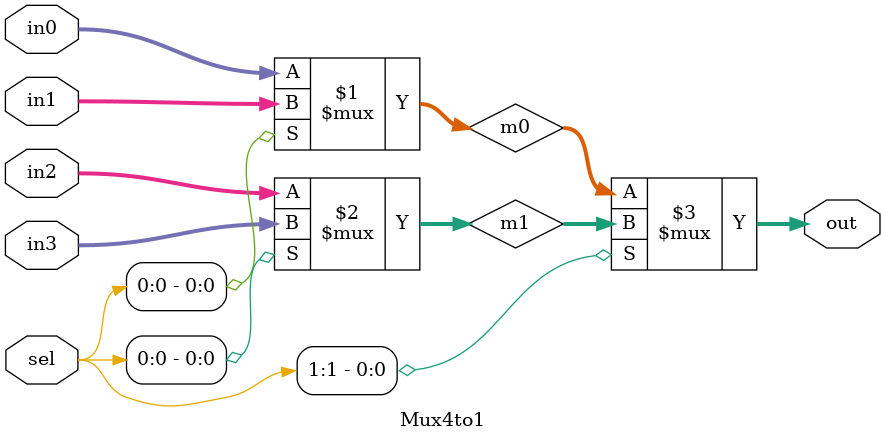
<source format=v>
module Mux4to1 #(
    parameter WIDTH = 32
)(
    input  [WIDTH-1:0] in0,
    input  [WIDTH-1:0] in1,
    input  [WIDTH-1:0] in2,
    input  [WIDTH-1:0] in3,
    input  [1:0]       sel,
    output [WIDTH-1:0] out
);
    wire [WIDTH-1:0] m0 = sel[0] ? in1 : in0;
    wire [WIDTH-1:0] m1 = sel[0] ? in3 : in2;
    assign out = sel[1] ? m1 : m0;
endmodule
</source>
